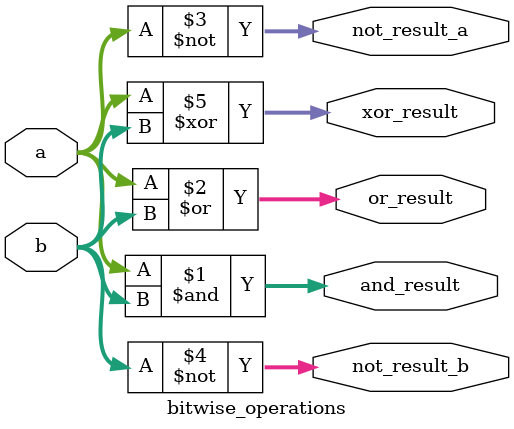
<source format=v>
`timescale 1ns / 1ps


module bitwise_operations(
    input [7:0] a,                // 8-bit input a
    input [7:0] b,                // 8-bit input b
    output [7:0] and_result,      // Output for bitwise AND operation
    output [7:0] or_result,       // Output for bitwise OR operation
    output [7:0] not_result_a,    // Output for bitwise NOT of a
    output [7:0] not_result_b,    // Output for bitwise NOT of b
    output [7:0] xor_result       // Output for bitwise XOR operation
);
    // Compute bitwise operations
    assign and_result = a & b;    // Bitwise AND
    assign or_result = a | b;     // Bitwise OR
    assign not_result_a = ~a;     // Bitwise NOT for a
    assign not_result_b = ~b;     // Bitwise NOT for b
    assign xor_result = a ^ b;    // Bitwise XOR
endmodule


</source>
